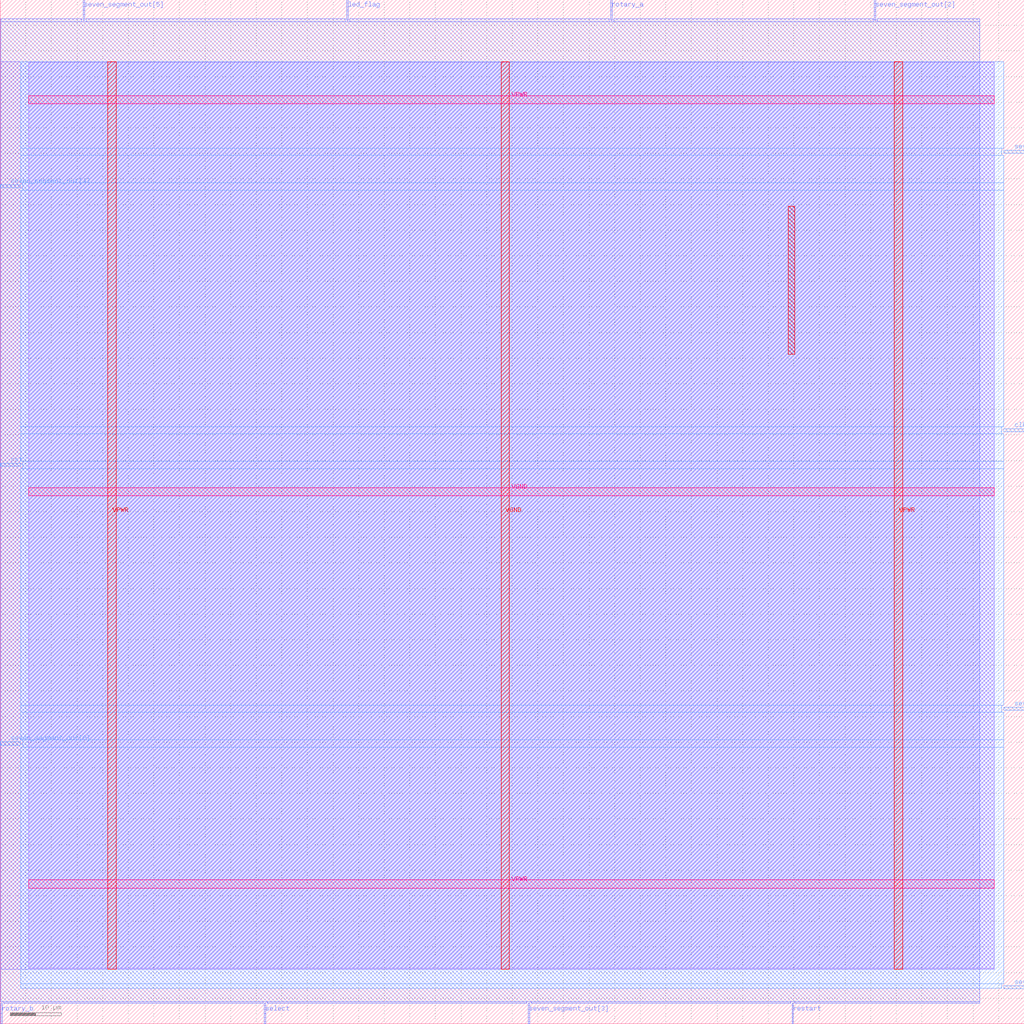
<source format=lef>
VERSION 5.7 ;
  NOWIREEXTENSIONATPIN ON ;
  DIVIDERCHAR "/" ;
  BUSBITCHARS "[]" ;
MACRO PrimitiveCalculator
  CLASS BLOCK ;
  FOREIGN PrimitiveCalculator ;
  ORIGIN 0.000 0.000 ;
  SIZE 200.000 BY 200.000 ;
  PIN VGND
    DIRECTION INPUT ;
    USE GROUND ;
    PORT
      LAYER met5 ;
        RECT 5.520 103.080 194.120 104.680 ;
    END
    PORT
      LAYER met4 ;
        RECT 97.840 10.640 99.440 187.920 ;
    END
  END VGND
  PIN VPWR
    DIRECTION INPUT ;
    USE POWER ;
    PORT
      LAYER met5 ;
        RECT 5.520 26.490 194.120 28.090 ;
    END
    PORT
      LAYER met5 ;
        RECT 5.520 179.670 194.120 181.270 ;
    END
    PORT
      LAYER met4 ;
        RECT 21.040 10.640 22.640 187.920 ;
    END
    PORT
      LAYER met4 ;
        RECT 174.640 10.640 176.240 187.920 ;
    END
  END VPWR
  PIN clk
    DIRECTION INPUT ;
    USE SIGNAL ;
    PORT
      LAYER met3 ;
        RECT 196.000 115.640 200.000 116.240 ;
    END
  END clk
  PIN led_flag
    DIRECTION OUTPUT TRISTATE ;
    USE SIGNAL ;
    PORT
      LAYER met2 ;
        RECT 67.710 196.000 67.990 200.000 ;
    END
  END led_flag
  PIN restart
    DIRECTION INPUT ;
    USE SIGNAL ;
    PORT
      LAYER met2 ;
        RECT 154.650 0.000 154.930 4.000 ;
    END
  END restart
  PIN rotary_a
    DIRECTION INPUT ;
    USE SIGNAL ;
    PORT
      LAYER met2 ;
        RECT 119.230 196.000 119.510 200.000 ;
    END
  END rotary_a
  PIN rotary_b
    DIRECTION INPUT ;
    USE SIGNAL ;
    PORT
      LAYER met2 ;
        RECT 0.090 0.000 0.370 4.000 ;
    END
  END rotary_b
  PIN rst
    DIRECTION INPUT ;
    USE SIGNAL ;
    PORT
      LAYER met3 ;
        RECT 0.000 108.840 4.000 109.440 ;
    END
  END rst
  PIN select
    DIRECTION INPUT ;
    USE SIGNAL ;
    PORT
      LAYER met2 ;
        RECT 51.610 0.000 51.890 4.000 ;
    END
  END select
  PIN seven_segment_digit
    DIRECTION OUTPUT TRISTATE ;
    USE SIGNAL ;
    PORT
      LAYER met3 ;
        RECT 196.000 6.840 200.000 7.440 ;
    END
  END seven_segment_digit
  PIN seven_segment_out[0]
    DIRECTION OUTPUT TRISTATE ;
    USE SIGNAL ;
    PORT
      LAYER met3 ;
        RECT 0.000 54.440 4.000 55.040 ;
    END
  END seven_segment_out[0]
  PIN seven_segment_out[1]
    DIRECTION OUTPUT TRISTATE ;
    USE SIGNAL ;
    PORT
      LAYER met3 ;
        RECT 196.000 170.040 200.000 170.640 ;
    END
  END seven_segment_out[1]
  PIN seven_segment_out[2]
    DIRECTION OUTPUT TRISTATE ;
    USE SIGNAL ;
    PORT
      LAYER met2 ;
        RECT 170.750 196.000 171.030 200.000 ;
    END
  END seven_segment_out[2]
  PIN seven_segment_out[3]
    DIRECTION OUTPUT TRISTATE ;
    USE SIGNAL ;
    PORT
      LAYER met2 ;
        RECT 103.130 0.000 103.410 4.000 ;
    END
  END seven_segment_out[3]
  PIN seven_segment_out[4]
    DIRECTION OUTPUT TRISTATE ;
    USE SIGNAL ;
    PORT
      LAYER met3 ;
        RECT 0.000 163.240 4.000 163.840 ;
    END
  END seven_segment_out[4]
  PIN seven_segment_out[5]
    DIRECTION OUTPUT TRISTATE ;
    USE SIGNAL ;
    PORT
      LAYER met2 ;
        RECT 16.190 196.000 16.470 200.000 ;
    END
  END seven_segment_out[5]
  PIN seven_segment_out[6]
    DIRECTION OUTPUT TRISTATE ;
    USE SIGNAL ;
    PORT
      LAYER met3 ;
        RECT 196.000 61.240 200.000 61.840 ;
    END
  END seven_segment_out[6]
  OBS
      LAYER li1 ;
        RECT 5.520 10.795 194.120 187.765 ;
      LAYER met1 ;
        RECT 0.070 10.640 194.120 187.920 ;
      LAYER met2 ;
        RECT 0.100 195.720 15.910 196.250 ;
        RECT 16.750 195.720 67.430 196.250 ;
        RECT 68.270 195.720 118.950 196.250 ;
        RECT 119.790 195.720 170.470 196.250 ;
        RECT 171.310 195.720 191.260 196.250 ;
        RECT 0.100 4.280 191.260 195.720 ;
        RECT 0.650 4.000 51.330 4.280 ;
        RECT 52.170 4.000 102.850 4.280 ;
        RECT 103.690 4.000 154.370 4.280 ;
        RECT 155.210 4.000 191.260 4.280 ;
      LAYER met3 ;
        RECT 4.000 171.040 196.000 187.845 ;
        RECT 4.000 169.640 195.600 171.040 ;
        RECT 4.000 164.240 196.000 169.640 ;
        RECT 4.400 162.840 196.000 164.240 ;
        RECT 4.000 116.640 196.000 162.840 ;
        RECT 4.000 115.240 195.600 116.640 ;
        RECT 4.000 109.840 196.000 115.240 ;
        RECT 4.400 108.440 196.000 109.840 ;
        RECT 4.000 62.240 196.000 108.440 ;
        RECT 4.000 60.840 195.600 62.240 ;
        RECT 4.000 55.440 196.000 60.840 ;
        RECT 4.400 54.040 196.000 55.440 ;
        RECT 4.000 7.840 196.000 54.040 ;
        RECT 4.000 6.975 195.600 7.840 ;
      LAYER met4 ;
        RECT 153.935 130.735 155.185 159.625 ;
  END
END PrimitiveCalculator
END LIBRARY


</source>
